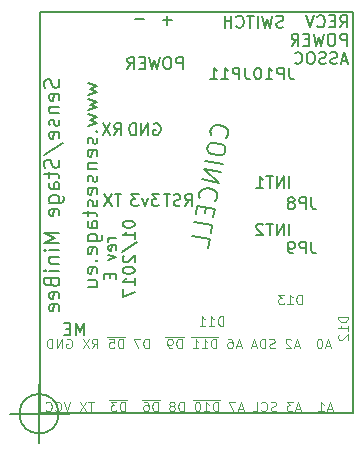
<source format=gbr>
G04 #@! TF.FileFunction,Legend,Bot*
%FSLAX46Y46*%
G04 Gerber Fmt 4.6, Leading zero omitted, Abs format (unit mm)*
G04 Created by KiCad (PCBNEW 4.0.2+dfsg1-stable) date Thu 12 Jan 2017 20:01:21 CET*
%MOMM*%
G01*
G04 APERTURE LIST*
%ADD10C,0.100000*%
%ADD11C,0.150000*%
%ADD12C,0.200000*%
G04 APERTURE END LIST*
D10*
D11*
X1666666Y0D02*
G75*
G03X1666666Y0I-1666666J0D01*
G01*
X-2500000Y0D02*
X2500000Y0D01*
X0Y2500000D02*
X0Y-2500000D01*
X6535381Y14858786D02*
X5868714Y14858786D01*
X6059190Y14858786D02*
X5963952Y14811167D01*
X5916333Y14763548D01*
X5868714Y14668310D01*
X5868714Y14573071D01*
X6487762Y13858785D02*
X6535381Y13954023D01*
X6535381Y14144500D01*
X6487762Y14239738D01*
X6392524Y14287357D01*
X6011571Y14287357D01*
X5916333Y14239738D01*
X5868714Y14144500D01*
X5868714Y13954023D01*
X5916333Y13858785D01*
X6011571Y13811166D01*
X6106810Y13811166D01*
X6202048Y14287357D01*
X5868714Y13477833D02*
X6535381Y13239738D01*
X5868714Y13001642D01*
X6011571Y11858785D02*
X6011571Y11525451D01*
X6535381Y11382594D02*
X6535381Y11858785D01*
X5535381Y11858785D01*
X5535381Y11382594D01*
X7085381Y16096881D02*
X7085381Y16001642D01*
X7133000Y15906404D01*
X7180619Y15858785D01*
X7275857Y15811166D01*
X7466333Y15763547D01*
X7704429Y15763547D01*
X7894905Y15811166D01*
X7990143Y15858785D01*
X8037762Y15906404D01*
X8085381Y16001642D01*
X8085381Y16096881D01*
X8037762Y16192119D01*
X7990143Y16239738D01*
X7894905Y16287357D01*
X7704429Y16334976D01*
X7466333Y16334976D01*
X7275857Y16287357D01*
X7180619Y16239738D01*
X7133000Y16192119D01*
X7085381Y16096881D01*
X8085381Y14811166D02*
X8085381Y15382595D01*
X8085381Y15096881D02*
X7085381Y15096881D01*
X7228238Y15192119D01*
X7323476Y15287357D01*
X7371095Y15382595D01*
X7037762Y13668309D02*
X8323476Y14525452D01*
X7180619Y13382595D02*
X7133000Y13334976D01*
X7085381Y13239738D01*
X7085381Y13001642D01*
X7133000Y12906404D01*
X7180619Y12858785D01*
X7275857Y12811166D01*
X7371095Y12811166D01*
X7513952Y12858785D01*
X8085381Y13430214D01*
X8085381Y12811166D01*
X7085381Y12192119D02*
X7085381Y12096880D01*
X7133000Y12001642D01*
X7180619Y11954023D01*
X7275857Y11906404D01*
X7466333Y11858785D01*
X7704429Y11858785D01*
X7894905Y11906404D01*
X7990143Y11954023D01*
X8037762Y12001642D01*
X8085381Y12096880D01*
X8085381Y12192119D01*
X8037762Y12287357D01*
X7990143Y12334976D01*
X7894905Y12382595D01*
X7704429Y12430214D01*
X7466333Y12430214D01*
X7275857Y12382595D01*
X7180619Y12334976D01*
X7133000Y12287357D01*
X7085381Y12192119D01*
X8085381Y10906404D02*
X8085381Y11477833D01*
X8085381Y11192119D02*
X7085381Y11192119D01*
X7228238Y11287357D01*
X7323476Y11382595D01*
X7371095Y11477833D01*
X7085381Y10573071D02*
X7085381Y9906404D01*
X8085381Y10334976D01*
D12*
X4113643Y27964715D02*
X4946976Y27726619D01*
X4351738Y27488524D01*
X4946976Y27250429D01*
X4113643Y27012334D01*
X4113643Y26655191D02*
X4946976Y26417095D01*
X4351738Y26179000D01*
X4946976Y25940905D01*
X4113643Y25702810D01*
X4113643Y25345667D02*
X4946976Y25107571D01*
X4351738Y24869476D01*
X4946976Y24631381D01*
X4113643Y24393286D01*
X4827929Y23917095D02*
X4887452Y23857571D01*
X4946976Y23917095D01*
X4887452Y23976619D01*
X4827929Y23917095D01*
X4946976Y23917095D01*
X4887452Y23381381D02*
X4946976Y23262333D01*
X4946976Y23024238D01*
X4887452Y22905190D01*
X4768405Y22845666D01*
X4708881Y22845666D01*
X4589833Y22905190D01*
X4530310Y23024238D01*
X4530310Y23202809D01*
X4470786Y23321857D01*
X4351738Y23381381D01*
X4292214Y23381381D01*
X4173167Y23321857D01*
X4113643Y23202809D01*
X4113643Y23024238D01*
X4173167Y22905190D01*
X4887452Y21833761D02*
X4946976Y21952809D01*
X4946976Y22190904D01*
X4887452Y22309952D01*
X4768405Y22369476D01*
X4292214Y22369476D01*
X4173167Y22309952D01*
X4113643Y22190904D01*
X4113643Y21952809D01*
X4173167Y21833761D01*
X4292214Y21774238D01*
X4411262Y21774238D01*
X4530310Y22369476D01*
X4113643Y21238523D02*
X4946976Y21238523D01*
X4232690Y21238523D02*
X4173167Y21178999D01*
X4113643Y21059952D01*
X4113643Y20881380D01*
X4173167Y20762332D01*
X4292214Y20702809D01*
X4946976Y20702809D01*
X4887452Y20167095D02*
X4946976Y20048047D01*
X4946976Y19809952D01*
X4887452Y19690904D01*
X4768405Y19631380D01*
X4708881Y19631380D01*
X4589833Y19690904D01*
X4530310Y19809952D01*
X4530310Y19988523D01*
X4470786Y20107571D01*
X4351738Y20167095D01*
X4292214Y20167095D01*
X4173167Y20107571D01*
X4113643Y19988523D01*
X4113643Y19809952D01*
X4173167Y19690904D01*
X4887452Y18619475D02*
X4946976Y18738523D01*
X4946976Y18976618D01*
X4887452Y19095666D01*
X4768405Y19155190D01*
X4292214Y19155190D01*
X4173167Y19095666D01*
X4113643Y18976618D01*
X4113643Y18738523D01*
X4173167Y18619475D01*
X4292214Y18559952D01*
X4411262Y18559952D01*
X4530310Y19155190D01*
X4887452Y18083761D02*
X4946976Y17964713D01*
X4946976Y17726618D01*
X4887452Y17607570D01*
X4768405Y17548046D01*
X4708881Y17548046D01*
X4589833Y17607570D01*
X4530310Y17726618D01*
X4530310Y17905189D01*
X4470786Y18024237D01*
X4351738Y18083761D01*
X4292214Y18083761D01*
X4173167Y18024237D01*
X4113643Y17905189D01*
X4113643Y17726618D01*
X4173167Y17607570D01*
X4113643Y17190903D02*
X4113643Y16714713D01*
X3696976Y17012332D02*
X4768405Y17012332D01*
X4887452Y16952808D01*
X4946976Y16833761D01*
X4946976Y16714713D01*
X4946976Y15762332D02*
X4292214Y15762332D01*
X4173167Y15821855D01*
X4113643Y15940903D01*
X4113643Y16178998D01*
X4173167Y16298046D01*
X4887452Y15762332D02*
X4946976Y15881379D01*
X4946976Y16178998D01*
X4887452Y16298046D01*
X4768405Y16357570D01*
X4649357Y16357570D01*
X4530310Y16298046D01*
X4470786Y16178998D01*
X4470786Y15881379D01*
X4411262Y15762332D01*
X4113643Y14631380D02*
X5125548Y14631380D01*
X5244595Y14690903D01*
X5304119Y14750427D01*
X5363643Y14869475D01*
X5363643Y15048046D01*
X5304119Y15167094D01*
X4887452Y14631380D02*
X4946976Y14750427D01*
X4946976Y14988523D01*
X4887452Y15107570D01*
X4827929Y15167094D01*
X4708881Y15226618D01*
X4351738Y15226618D01*
X4232690Y15167094D01*
X4173167Y15107570D01*
X4113643Y14988523D01*
X4113643Y14750427D01*
X4173167Y14631380D01*
X4887452Y13559951D02*
X4946976Y13678999D01*
X4946976Y13917094D01*
X4887452Y14036142D01*
X4768405Y14095666D01*
X4292214Y14095666D01*
X4173167Y14036142D01*
X4113643Y13917094D01*
X4113643Y13678999D01*
X4173167Y13559951D01*
X4292214Y13500428D01*
X4411262Y13500428D01*
X4530310Y14095666D01*
X4827929Y12964713D02*
X4887452Y12905189D01*
X4946976Y12964713D01*
X4887452Y13024237D01*
X4827929Y12964713D01*
X4946976Y12964713D01*
X4887452Y11893284D02*
X4946976Y12012332D01*
X4946976Y12250427D01*
X4887452Y12369475D01*
X4768405Y12428999D01*
X4292214Y12428999D01*
X4173167Y12369475D01*
X4113643Y12250427D01*
X4113643Y12012332D01*
X4173167Y11893284D01*
X4292214Y11833761D01*
X4411262Y11833761D01*
X4530310Y12428999D01*
X4113643Y10762332D02*
X4946976Y10762332D01*
X4113643Y11298046D02*
X4768405Y11298046D01*
X4887452Y11238522D01*
X4946976Y11119475D01*
X4946976Y10940903D01*
X4887452Y10821855D01*
X4827929Y10762332D01*
X1648952Y28299929D02*
X1708476Y28121357D01*
X1708476Y27823738D01*
X1648952Y27704691D01*
X1589429Y27645167D01*
X1470381Y27585643D01*
X1351333Y27585643D01*
X1232286Y27645167D01*
X1172762Y27704691D01*
X1113238Y27823738D01*
X1053714Y28061834D01*
X994190Y28180881D01*
X934667Y28240405D01*
X815619Y28299929D01*
X696571Y28299929D01*
X577524Y28240405D01*
X518000Y28180881D01*
X458476Y28061834D01*
X458476Y27764214D01*
X518000Y27585643D01*
X1648952Y26573738D02*
X1708476Y26692786D01*
X1708476Y26930881D01*
X1648952Y27049929D01*
X1529905Y27109453D01*
X1053714Y27109453D01*
X934667Y27049929D01*
X875143Y26930881D01*
X875143Y26692786D01*
X934667Y26573738D01*
X1053714Y26514215D01*
X1172762Y26514215D01*
X1291810Y27109453D01*
X875143Y25978500D02*
X1708476Y25978500D01*
X994190Y25978500D02*
X934667Y25918976D01*
X875143Y25799929D01*
X875143Y25621357D01*
X934667Y25502309D01*
X1053714Y25442786D01*
X1708476Y25442786D01*
X1648952Y24907072D02*
X1708476Y24788024D01*
X1708476Y24549929D01*
X1648952Y24430881D01*
X1529905Y24371357D01*
X1470381Y24371357D01*
X1351333Y24430881D01*
X1291810Y24549929D01*
X1291810Y24728500D01*
X1232286Y24847548D01*
X1113238Y24907072D01*
X1053714Y24907072D01*
X934667Y24847548D01*
X875143Y24728500D01*
X875143Y24549929D01*
X934667Y24430881D01*
X1648952Y23359452D02*
X1708476Y23478500D01*
X1708476Y23716595D01*
X1648952Y23835643D01*
X1529905Y23895167D01*
X1053714Y23895167D01*
X934667Y23835643D01*
X875143Y23716595D01*
X875143Y23478500D01*
X934667Y23359452D01*
X1053714Y23299929D01*
X1172762Y23299929D01*
X1291810Y23895167D01*
X398952Y21871357D02*
X2006095Y22942785D01*
X1648952Y21514214D02*
X1708476Y21335642D01*
X1708476Y21038023D01*
X1648952Y20918976D01*
X1589429Y20859452D01*
X1470381Y20799928D01*
X1351333Y20799928D01*
X1232286Y20859452D01*
X1172762Y20918976D01*
X1113238Y21038023D01*
X1053714Y21276119D01*
X994190Y21395166D01*
X934667Y21454690D01*
X815619Y21514214D01*
X696571Y21514214D01*
X577524Y21454690D01*
X518000Y21395166D01*
X458476Y21276119D01*
X458476Y20978499D01*
X518000Y20799928D01*
X875143Y20442785D02*
X875143Y19966595D01*
X458476Y20264214D02*
X1529905Y20264214D01*
X1648952Y20204690D01*
X1708476Y20085643D01*
X1708476Y19966595D01*
X1708476Y19014214D02*
X1053714Y19014214D01*
X934667Y19073737D01*
X875143Y19192785D01*
X875143Y19430880D01*
X934667Y19549928D01*
X1648952Y19014214D02*
X1708476Y19133261D01*
X1708476Y19430880D01*
X1648952Y19549928D01*
X1529905Y19609452D01*
X1410857Y19609452D01*
X1291810Y19549928D01*
X1232286Y19430880D01*
X1232286Y19133261D01*
X1172762Y19014214D01*
X875143Y17883262D02*
X1887048Y17883262D01*
X2006095Y17942785D01*
X2065619Y18002309D01*
X2125143Y18121357D01*
X2125143Y18299928D01*
X2065619Y18418976D01*
X1648952Y17883262D02*
X1708476Y18002309D01*
X1708476Y18240405D01*
X1648952Y18359452D01*
X1589429Y18418976D01*
X1470381Y18478500D01*
X1113238Y18478500D01*
X994190Y18418976D01*
X934667Y18359452D01*
X875143Y18240405D01*
X875143Y18002309D01*
X934667Y17883262D01*
X1648952Y16811833D02*
X1708476Y16930881D01*
X1708476Y17168976D01*
X1648952Y17288024D01*
X1529905Y17347548D01*
X1053714Y17347548D01*
X934667Y17288024D01*
X875143Y17168976D01*
X875143Y16930881D01*
X934667Y16811833D01*
X1053714Y16752310D01*
X1172762Y16752310D01*
X1291810Y17347548D01*
X1708476Y15264214D02*
X458476Y15264214D01*
X1351333Y14847547D01*
X458476Y14430881D01*
X1708476Y14430881D01*
X1708476Y13835643D02*
X875143Y13835643D01*
X458476Y13835643D02*
X518000Y13895167D01*
X577524Y13835643D01*
X518000Y13776119D01*
X458476Y13835643D01*
X577524Y13835643D01*
X875143Y13240405D02*
X1708476Y13240405D01*
X994190Y13240405D02*
X934667Y13180881D01*
X875143Y13061834D01*
X875143Y12883262D01*
X934667Y12764214D01*
X1053714Y12704691D01*
X1708476Y12704691D01*
X1708476Y12109453D02*
X875143Y12109453D01*
X458476Y12109453D02*
X518000Y12168977D01*
X577524Y12109453D01*
X518000Y12049929D01*
X458476Y12109453D01*
X577524Y12109453D01*
X1053714Y11097548D02*
X1113238Y10918977D01*
X1172762Y10859453D01*
X1291810Y10799929D01*
X1470381Y10799929D01*
X1589429Y10859453D01*
X1648952Y10918977D01*
X1708476Y11038024D01*
X1708476Y11514215D01*
X458476Y11514215D01*
X458476Y11097548D01*
X518000Y10978501D01*
X577524Y10918977D01*
X696571Y10859453D01*
X815619Y10859453D01*
X934667Y10918977D01*
X994190Y10978501D01*
X1053714Y11097548D01*
X1053714Y11514215D01*
X1648952Y9788024D02*
X1708476Y9907072D01*
X1708476Y10145167D01*
X1648952Y10264215D01*
X1529905Y10323739D01*
X1053714Y10323739D01*
X934667Y10264215D01*
X875143Y10145167D01*
X875143Y9907072D01*
X934667Y9788024D01*
X1053714Y9728501D01*
X1172762Y9728501D01*
X1291810Y10323739D01*
X1648952Y8716595D02*
X1708476Y8835643D01*
X1708476Y9073738D01*
X1648952Y9192786D01*
X1529905Y9252310D01*
X1053714Y9252310D01*
X934667Y9192786D01*
X875143Y9073738D01*
X875143Y8835643D01*
X934667Y8716595D01*
X1053714Y8657072D01*
X1172762Y8657072D01*
X1291810Y9252310D01*
D11*
X12152024Y29202119D02*
X12152024Y30202119D01*
X11771071Y30202119D01*
X11675833Y30154500D01*
X11628214Y30106881D01*
X11580595Y30011643D01*
X11580595Y29868786D01*
X11628214Y29773548D01*
X11675833Y29725929D01*
X11771071Y29678310D01*
X12152024Y29678310D01*
X10961548Y30202119D02*
X10771071Y30202119D01*
X10675833Y30154500D01*
X10580595Y30059262D01*
X10532976Y29868786D01*
X10532976Y29535452D01*
X10580595Y29344976D01*
X10675833Y29249738D01*
X10771071Y29202119D01*
X10961548Y29202119D01*
X11056786Y29249738D01*
X11152024Y29344976D01*
X11199643Y29535452D01*
X11199643Y29868786D01*
X11152024Y30059262D01*
X11056786Y30154500D01*
X10961548Y30202119D01*
X10199643Y30202119D02*
X9961548Y29202119D01*
X9771071Y29916405D01*
X9580595Y29202119D01*
X9342500Y30202119D01*
X8961548Y29725929D02*
X8628214Y29725929D01*
X8485357Y29202119D02*
X8961548Y29202119D01*
X8961548Y30202119D01*
X8485357Y30202119D01*
X7485357Y29202119D02*
X7818691Y29678310D01*
X8056786Y29202119D02*
X8056786Y30202119D01*
X7675833Y30202119D01*
X7580595Y30154500D01*
X7532976Y30106881D01*
X7485357Y30011643D01*
X7485357Y29868786D01*
X7532976Y29773548D01*
X7580595Y29725929D01*
X7675833Y29678310D01*
X8056786Y29678310D01*
X20661000Y32742238D02*
X20518143Y32694619D01*
X20280047Y32694619D01*
X20184809Y32742238D01*
X20137190Y32789857D01*
X20089571Y32885095D01*
X20089571Y32980333D01*
X20137190Y33075571D01*
X20184809Y33123190D01*
X20280047Y33170810D01*
X20470524Y33218429D01*
X20565762Y33266048D01*
X20613381Y33313667D01*
X20661000Y33408905D01*
X20661000Y33504143D01*
X20613381Y33599381D01*
X20565762Y33647000D01*
X20470524Y33694619D01*
X20232428Y33694619D01*
X20089571Y33647000D01*
X19756238Y33694619D02*
X19518143Y32694619D01*
X19327666Y33408905D01*
X19137190Y32694619D01*
X18899095Y33694619D01*
X18518143Y32694619D02*
X18518143Y33694619D01*
X18184810Y33694619D02*
X17613381Y33694619D01*
X17899096Y32694619D02*
X17899096Y33694619D01*
X16708619Y32789857D02*
X16756238Y32742238D01*
X16899095Y32694619D01*
X16994333Y32694619D01*
X17137191Y32742238D01*
X17232429Y32837476D01*
X17280048Y32932714D01*
X17327667Y33123190D01*
X17327667Y33266048D01*
X17280048Y33456524D01*
X17232429Y33551762D01*
X17137191Y33647000D01*
X16994333Y33694619D01*
X16899095Y33694619D01*
X16756238Y33647000D01*
X16708619Y33599381D01*
X16280048Y32694619D02*
X16280048Y33694619D01*
X16280048Y33218429D02*
X15708619Y33218429D01*
X15708619Y32694619D02*
X15708619Y33694619D01*
X25479476Y32720619D02*
X25812810Y33196810D01*
X26050905Y32720619D02*
X26050905Y33720619D01*
X25669952Y33720619D01*
X25574714Y33673000D01*
X25527095Y33625381D01*
X25479476Y33530143D01*
X25479476Y33387286D01*
X25527095Y33292048D01*
X25574714Y33244429D01*
X25669952Y33196810D01*
X26050905Y33196810D01*
X25050905Y33244429D02*
X24717571Y33244429D01*
X24574714Y32720619D02*
X25050905Y32720619D01*
X25050905Y33720619D01*
X24574714Y33720619D01*
X23574714Y32815857D02*
X23622333Y32768238D01*
X23765190Y32720619D01*
X23860428Y32720619D01*
X24003286Y32768238D01*
X24098524Y32863476D01*
X24146143Y32958714D01*
X24193762Y33149190D01*
X24193762Y33292048D01*
X24146143Y33482524D01*
X24098524Y33577762D01*
X24003286Y33673000D01*
X23860428Y33720619D01*
X23765190Y33720619D01*
X23622333Y33673000D01*
X23574714Y33625381D01*
X23289000Y33720619D02*
X22955667Y32720619D01*
X22622333Y33720619D01*
X26050905Y31170619D02*
X26050905Y32170619D01*
X25669952Y32170619D01*
X25574714Y32123000D01*
X25527095Y32075381D01*
X25479476Y31980143D01*
X25479476Y31837286D01*
X25527095Y31742048D01*
X25574714Y31694429D01*
X25669952Y31646810D01*
X26050905Y31646810D01*
X24860429Y32170619D02*
X24669952Y32170619D01*
X24574714Y32123000D01*
X24479476Y32027762D01*
X24431857Y31837286D01*
X24431857Y31503952D01*
X24479476Y31313476D01*
X24574714Y31218238D01*
X24669952Y31170619D01*
X24860429Y31170619D01*
X24955667Y31218238D01*
X25050905Y31313476D01*
X25098524Y31503952D01*
X25098524Y31837286D01*
X25050905Y32027762D01*
X24955667Y32123000D01*
X24860429Y32170619D01*
X24098524Y32170619D02*
X23860429Y31170619D01*
X23669952Y31884905D01*
X23479476Y31170619D01*
X23241381Y32170619D01*
X22860429Y31694429D02*
X22527095Y31694429D01*
X22384238Y31170619D02*
X22860429Y31170619D01*
X22860429Y32170619D01*
X22384238Y32170619D01*
X21384238Y31170619D02*
X21717572Y31646810D01*
X21955667Y31170619D02*
X21955667Y32170619D01*
X21574714Y32170619D01*
X21479476Y32123000D01*
X21431857Y32075381D01*
X21384238Y31980143D01*
X21384238Y31837286D01*
X21431857Y31742048D01*
X21479476Y31694429D01*
X21574714Y31646810D01*
X21955667Y31646810D01*
X26098524Y29906333D02*
X25622333Y29906333D01*
X26193762Y29620619D02*
X25860429Y30620619D01*
X25527095Y29620619D01*
X25241381Y29668238D02*
X25098524Y29620619D01*
X24860428Y29620619D01*
X24765190Y29668238D01*
X24717571Y29715857D01*
X24669952Y29811095D01*
X24669952Y29906333D01*
X24717571Y30001571D01*
X24765190Y30049190D01*
X24860428Y30096810D01*
X25050905Y30144429D01*
X25146143Y30192048D01*
X25193762Y30239667D01*
X25241381Y30334905D01*
X25241381Y30430143D01*
X25193762Y30525381D01*
X25146143Y30573000D01*
X25050905Y30620619D01*
X24812809Y30620619D01*
X24669952Y30573000D01*
X24289000Y29668238D02*
X24146143Y29620619D01*
X23908047Y29620619D01*
X23812809Y29668238D01*
X23765190Y29715857D01*
X23717571Y29811095D01*
X23717571Y29906333D01*
X23765190Y30001571D01*
X23812809Y30049190D01*
X23908047Y30096810D01*
X24098524Y30144429D01*
X24193762Y30192048D01*
X24241381Y30239667D01*
X24289000Y30334905D01*
X24289000Y30430143D01*
X24241381Y30525381D01*
X24193762Y30573000D01*
X24098524Y30620619D01*
X23860428Y30620619D01*
X23717571Y30573000D01*
X23098524Y30620619D02*
X22908047Y30620619D01*
X22812809Y30573000D01*
X22717571Y30477762D01*
X22669952Y30287286D01*
X22669952Y29953952D01*
X22717571Y29763476D01*
X22812809Y29668238D01*
X22908047Y29620619D01*
X23098524Y29620619D01*
X23193762Y29668238D01*
X23289000Y29763476D01*
X23336619Y29953952D01*
X23336619Y30287286D01*
X23289000Y30477762D01*
X23193762Y30573000D01*
X23098524Y30620619D01*
X21669952Y29715857D02*
X21717571Y29668238D01*
X21860428Y29620619D01*
X21955666Y29620619D01*
X22098524Y29668238D01*
X22193762Y29763476D01*
X22241381Y29858714D01*
X22289000Y30049190D01*
X22289000Y30192048D01*
X22241381Y30382524D01*
X22193762Y30477762D01*
X22098524Y30573000D01*
X21955666Y30620619D01*
X21860428Y30620619D01*
X21717571Y30573000D01*
X21669952Y30525381D01*
X3770214Y6659619D02*
X3770214Y7659619D01*
X3436880Y6945333D01*
X3103547Y7659619D01*
X3103547Y6659619D01*
X2627357Y7183429D02*
X2294023Y7183429D01*
X2151166Y6659619D02*
X2627357Y6659619D01*
X2627357Y7659619D01*
X2151166Y7659619D01*
D10*
X26142905Y8210429D02*
X25342905Y8210429D01*
X25342905Y8019953D01*
X25381000Y7905667D01*
X25457190Y7829476D01*
X25533381Y7791381D01*
X25685762Y7753286D01*
X25800048Y7753286D01*
X25952429Y7791381D01*
X26028619Y7829476D01*
X26104810Y7905667D01*
X26142905Y8019953D01*
X26142905Y8210429D01*
X26142905Y6991381D02*
X26142905Y7448524D01*
X26142905Y7219953D02*
X25342905Y7219953D01*
X25457190Y7296143D01*
X25533381Y7372334D01*
X25571476Y7448524D01*
X25419095Y6686619D02*
X25381000Y6648524D01*
X25342905Y6572333D01*
X25342905Y6381857D01*
X25381000Y6305667D01*
X25419095Y6267571D01*
X25495286Y6229476D01*
X25571476Y6229476D01*
X25685762Y6267571D01*
X26142905Y6724714D01*
X26142905Y6229476D01*
X22243929Y9290095D02*
X22243929Y10090095D01*
X22053453Y10090095D01*
X21939167Y10052000D01*
X21862976Y9975810D01*
X21824881Y9899619D01*
X21786786Y9747238D01*
X21786786Y9632952D01*
X21824881Y9480571D01*
X21862976Y9404381D01*
X21939167Y9328190D01*
X22053453Y9290095D01*
X22243929Y9290095D01*
X21024881Y9290095D02*
X21482024Y9290095D01*
X21253453Y9290095D02*
X21253453Y10090095D01*
X21329643Y9975810D01*
X21405834Y9899619D01*
X21482024Y9861524D01*
X20758214Y10090095D02*
X20262976Y10090095D01*
X20529643Y9785333D01*
X20415357Y9785333D01*
X20339167Y9747238D01*
X20301071Y9709143D01*
X20262976Y9632952D01*
X20262976Y9442476D01*
X20301071Y9366286D01*
X20339167Y9328190D01*
X20415357Y9290095D01*
X20643929Y9290095D01*
X20720119Y9328190D01*
X20758214Y9366286D01*
X15576429Y7448595D02*
X15576429Y8248595D01*
X15385953Y8248595D01*
X15271667Y8210500D01*
X15195476Y8134310D01*
X15157381Y8058119D01*
X15119286Y7905738D01*
X15119286Y7791452D01*
X15157381Y7639071D01*
X15195476Y7562881D01*
X15271667Y7486690D01*
X15385953Y7448595D01*
X15576429Y7448595D01*
X14357381Y7448595D02*
X14814524Y7448595D01*
X14585953Y7448595D02*
X14585953Y8248595D01*
X14662143Y8134310D01*
X14738334Y8058119D01*
X14814524Y8020024D01*
X13595476Y7448595D02*
X14052619Y7448595D01*
X13824048Y7448595D02*
X13824048Y8248595D01*
X13900238Y8134310D01*
X13976429Y8058119D01*
X14052619Y8020024D01*
X24676119Y5772167D02*
X24295167Y5772167D01*
X24752310Y5543595D02*
X24485643Y6343595D01*
X24218976Y5543595D01*
X23799929Y6343595D02*
X23723738Y6343595D01*
X23647548Y6305500D01*
X23609453Y6267405D01*
X23571357Y6191214D01*
X23533262Y6038833D01*
X23533262Y5848357D01*
X23571357Y5695976D01*
X23609453Y5619786D01*
X23647548Y5581690D01*
X23723738Y5543595D01*
X23799929Y5543595D01*
X23876119Y5581690D01*
X23914215Y5619786D01*
X23952310Y5695976D01*
X23990405Y5848357D01*
X23990405Y6038833D01*
X23952310Y6191214D01*
X23914215Y6267405D01*
X23876119Y6305500D01*
X23799929Y6343595D01*
X22009452Y5772167D02*
X21628500Y5772167D01*
X22085643Y5543595D02*
X21818976Y6343595D01*
X21552309Y5543595D01*
X21323738Y6267405D02*
X21285643Y6305500D01*
X21209452Y6343595D01*
X21018976Y6343595D01*
X20942786Y6305500D01*
X20904690Y6267405D01*
X20866595Y6191214D01*
X20866595Y6115024D01*
X20904690Y6000738D01*
X21361833Y5543595D01*
X20866595Y5543595D01*
X19952309Y5581690D02*
X19838023Y5543595D01*
X19647547Y5543595D01*
X19571357Y5581690D01*
X19533261Y5619786D01*
X19495166Y5695976D01*
X19495166Y5772167D01*
X19533261Y5848357D01*
X19571357Y5886452D01*
X19647547Y5924548D01*
X19799928Y5962643D01*
X19876119Y6000738D01*
X19914214Y6038833D01*
X19952309Y6115024D01*
X19952309Y6191214D01*
X19914214Y6267405D01*
X19876119Y6305500D01*
X19799928Y6343595D01*
X19609452Y6343595D01*
X19495166Y6305500D01*
X19152309Y5543595D02*
X19152309Y6343595D01*
X18961833Y6343595D01*
X18847547Y6305500D01*
X18771356Y6229310D01*
X18733261Y6153119D01*
X18695166Y6000738D01*
X18695166Y5886452D01*
X18733261Y5734071D01*
X18771356Y5657881D01*
X18847547Y5581690D01*
X18961833Y5543595D01*
X19152309Y5543595D01*
X18390404Y5772167D02*
X18009452Y5772167D01*
X18466595Y5543595D02*
X18199928Y6343595D01*
X17933261Y5543595D01*
X17095166Y5772167D02*
X16714214Y5772167D01*
X17171357Y5543595D02*
X16904690Y6343595D01*
X16638023Y5543595D01*
X16028500Y6343595D02*
X16180881Y6343595D01*
X16257071Y6305500D01*
X16295166Y6267405D01*
X16371357Y6153119D01*
X16409452Y6000738D01*
X16409452Y5695976D01*
X16371357Y5619786D01*
X16333262Y5581690D01*
X16257071Y5543595D01*
X16104690Y5543595D01*
X16028500Y5581690D01*
X15990404Y5619786D01*
X15952309Y5695976D01*
X15952309Y5886452D01*
X15990404Y5962643D01*
X16028500Y6000738D01*
X16104690Y6038833D01*
X16257071Y6038833D01*
X16333262Y6000738D01*
X16371357Y5962643D01*
X16409452Y5886452D01*
X14999928Y5543595D02*
X14999928Y6343595D01*
X14809452Y6343595D01*
X14695166Y6305500D01*
X14618975Y6229310D01*
X14580880Y6153119D01*
X14542785Y6000738D01*
X14542785Y5886452D01*
X14580880Y5734071D01*
X14618975Y5657881D01*
X14695166Y5581690D01*
X14809452Y5543595D01*
X14999928Y5543595D01*
X13780880Y5543595D02*
X14238023Y5543595D01*
X14009452Y5543595D02*
X14009452Y6343595D01*
X14085642Y6229310D01*
X14161833Y6153119D01*
X14238023Y6115024D01*
X13018975Y5543595D02*
X13476118Y5543595D01*
X13247547Y5543595D02*
X13247547Y6343595D01*
X13323737Y6229310D01*
X13399928Y6153119D01*
X13476118Y6115024D01*
X15190404Y6481500D02*
X12866594Y6481500D01*
X12066594Y5543595D02*
X12066594Y6343595D01*
X11876118Y6343595D01*
X11761832Y6305500D01*
X11685641Y6229310D01*
X11647546Y6153119D01*
X11609451Y6000738D01*
X11609451Y5886452D01*
X11647546Y5734071D01*
X11685641Y5657881D01*
X11761832Y5581690D01*
X11876118Y5543595D01*
X12066594Y5543595D01*
X11228499Y5543595D02*
X11076118Y5543595D01*
X10999927Y5581690D01*
X10961832Y5619786D01*
X10885641Y5734071D01*
X10847546Y5886452D01*
X10847546Y6191214D01*
X10885641Y6267405D01*
X10923737Y6305500D01*
X10999927Y6343595D01*
X11152308Y6343595D01*
X11228499Y6305500D01*
X11266594Y6267405D01*
X11304689Y6191214D01*
X11304689Y6000738D01*
X11266594Y5924548D01*
X11228499Y5886452D01*
X11152308Y5848357D01*
X10999927Y5848357D01*
X10923737Y5886452D01*
X10885641Y5924548D01*
X10847546Y6000738D01*
X12257070Y6481500D02*
X10695165Y6481500D01*
X9285641Y5543595D02*
X9285641Y6343595D01*
X9095165Y6343595D01*
X8980879Y6305500D01*
X8904688Y6229310D01*
X8866593Y6153119D01*
X8828498Y6000738D01*
X8828498Y5886452D01*
X8866593Y5734071D01*
X8904688Y5657881D01*
X8980879Y5581690D01*
X9095165Y5543595D01*
X9285641Y5543595D01*
X8561831Y6343595D02*
X8028498Y6343595D01*
X8371355Y5543595D01*
X7114212Y5543595D02*
X7114212Y6343595D01*
X6923736Y6343595D01*
X6809450Y6305500D01*
X6733259Y6229310D01*
X6695164Y6153119D01*
X6657069Y6000738D01*
X6657069Y5886452D01*
X6695164Y5734071D01*
X6733259Y5657881D01*
X6809450Y5581690D01*
X6923736Y5543595D01*
X7114212Y5543595D01*
X5933259Y6343595D02*
X6314212Y6343595D01*
X6352307Y5962643D01*
X6314212Y6000738D01*
X6238021Y6038833D01*
X6047545Y6038833D01*
X5971355Y6000738D01*
X5933259Y5962643D01*
X5895164Y5886452D01*
X5895164Y5695976D01*
X5933259Y5619786D01*
X5971355Y5581690D01*
X6047545Y5543595D01*
X6238021Y5543595D01*
X6314212Y5581690D01*
X6352307Y5619786D01*
X7304688Y6481500D02*
X5742783Y6481500D01*
X4485640Y5543595D02*
X4752307Y5924548D01*
X4942783Y5543595D02*
X4942783Y6343595D01*
X4638021Y6343595D01*
X4561830Y6305500D01*
X4523735Y6267405D01*
X4485640Y6191214D01*
X4485640Y6076929D01*
X4523735Y6000738D01*
X4561830Y5962643D01*
X4638021Y5924548D01*
X4942783Y5924548D01*
X4218973Y6343595D02*
X3685640Y5543595D01*
X3685640Y6343595D02*
X4218973Y5543595D01*
X2352306Y6305500D02*
X2428497Y6343595D01*
X2542782Y6343595D01*
X2657068Y6305500D01*
X2733259Y6229310D01*
X2771354Y6153119D01*
X2809449Y6000738D01*
X2809449Y5886452D01*
X2771354Y5734071D01*
X2733259Y5657881D01*
X2657068Y5581690D01*
X2542782Y5543595D01*
X2466592Y5543595D01*
X2352306Y5581690D01*
X2314211Y5619786D01*
X2314211Y5886452D01*
X2466592Y5886452D01*
X1971354Y5543595D02*
X1971354Y6343595D01*
X1514211Y5543595D01*
X1514211Y6343595D01*
X1133259Y5543595D02*
X1133259Y6343595D01*
X942783Y6343595D01*
X828497Y6305500D01*
X752306Y6229310D01*
X714211Y6153119D01*
X676116Y6000738D01*
X676116Y5886452D01*
X714211Y5734071D01*
X752306Y5657881D01*
X828497Y5581690D01*
X942783Y5543595D01*
X1133259Y5543595D01*
X24803119Y438167D02*
X24422167Y438167D01*
X24879310Y209595D02*
X24612643Y1009595D01*
X24345976Y209595D01*
X23660262Y209595D02*
X24117405Y209595D01*
X23888834Y209595D02*
X23888834Y1009595D01*
X23965024Y895310D01*
X24041215Y819119D01*
X24117405Y781024D01*
X22136452Y438167D02*
X21755500Y438167D01*
X22212643Y209595D02*
X21945976Y1009595D01*
X21679309Y209595D01*
X21488833Y1009595D02*
X20993595Y1009595D01*
X21260262Y704833D01*
X21145976Y704833D01*
X21069786Y666738D01*
X21031690Y628643D01*
X20993595Y552452D01*
X20993595Y361976D01*
X21031690Y285786D01*
X21069786Y247690D01*
X21145976Y209595D01*
X21374548Y209595D01*
X21450738Y247690D01*
X21488833Y285786D01*
X20079309Y247690D02*
X19965023Y209595D01*
X19774547Y209595D01*
X19698357Y247690D01*
X19660261Y285786D01*
X19622166Y361976D01*
X19622166Y438167D01*
X19660261Y514357D01*
X19698357Y552452D01*
X19774547Y590548D01*
X19926928Y628643D01*
X20003119Y666738D01*
X20041214Y704833D01*
X20079309Y781024D01*
X20079309Y857214D01*
X20041214Y933405D01*
X20003119Y971500D01*
X19926928Y1009595D01*
X19736452Y1009595D01*
X19622166Y971500D01*
X18822166Y285786D02*
X18860261Y247690D01*
X18974547Y209595D01*
X19050737Y209595D01*
X19165023Y247690D01*
X19241214Y323881D01*
X19279309Y400071D01*
X19317404Y552452D01*
X19317404Y666738D01*
X19279309Y819119D01*
X19241214Y895310D01*
X19165023Y971500D01*
X19050737Y1009595D01*
X18974547Y1009595D01*
X18860261Y971500D01*
X18822166Y933405D01*
X18098356Y209595D02*
X18479309Y209595D01*
X18479309Y1009595D01*
X17260261Y438167D02*
X16879309Y438167D01*
X17336452Y209595D02*
X17069785Y1009595D01*
X16803118Y209595D01*
X16612642Y1009595D02*
X16079309Y1009595D01*
X16422166Y209595D01*
X15165023Y209595D02*
X15165023Y1009595D01*
X14974547Y1009595D01*
X14860261Y971500D01*
X14784070Y895310D01*
X14745975Y819119D01*
X14707880Y666738D01*
X14707880Y552452D01*
X14745975Y400071D01*
X14784070Y323881D01*
X14860261Y247690D01*
X14974547Y209595D01*
X15165023Y209595D01*
X13945975Y209595D02*
X14403118Y209595D01*
X14174547Y209595D02*
X14174547Y1009595D01*
X14250737Y895310D01*
X14326928Y819119D01*
X14403118Y781024D01*
X13450737Y1009595D02*
X13374546Y1009595D01*
X13298356Y971500D01*
X13260261Y933405D01*
X13222165Y857214D01*
X13184070Y704833D01*
X13184070Y514357D01*
X13222165Y361976D01*
X13260261Y285786D01*
X13298356Y247690D01*
X13374546Y209595D01*
X13450737Y209595D01*
X13526927Y247690D01*
X13565023Y285786D01*
X13603118Y361976D01*
X13641213Y514357D01*
X13641213Y704833D01*
X13603118Y857214D01*
X13565023Y933405D01*
X13526927Y971500D01*
X13450737Y1009595D01*
X15355499Y1147500D02*
X13031689Y1147500D01*
X12231689Y209595D02*
X12231689Y1009595D01*
X12041213Y1009595D01*
X11926927Y971500D01*
X11850736Y895310D01*
X11812641Y819119D01*
X11774546Y666738D01*
X11774546Y552452D01*
X11812641Y400071D01*
X11850736Y323881D01*
X11926927Y247690D01*
X12041213Y209595D01*
X12231689Y209595D01*
X11317403Y666738D02*
X11393594Y704833D01*
X11431689Y742929D01*
X11469784Y819119D01*
X11469784Y857214D01*
X11431689Y933405D01*
X11393594Y971500D01*
X11317403Y1009595D01*
X11165022Y1009595D01*
X11088832Y971500D01*
X11050736Y933405D01*
X11012641Y857214D01*
X11012641Y819119D01*
X11050736Y742929D01*
X11088832Y704833D01*
X11165022Y666738D01*
X11317403Y666738D01*
X11393594Y628643D01*
X11431689Y590548D01*
X11469784Y514357D01*
X11469784Y361976D01*
X11431689Y285786D01*
X11393594Y247690D01*
X11317403Y209595D01*
X11165022Y209595D01*
X11088832Y247690D01*
X11050736Y285786D01*
X11012641Y361976D01*
X11012641Y514357D01*
X11050736Y590548D01*
X11088832Y628643D01*
X11165022Y666738D01*
X10060260Y209595D02*
X10060260Y1009595D01*
X9869784Y1009595D01*
X9755498Y971500D01*
X9679307Y895310D01*
X9641212Y819119D01*
X9603117Y666738D01*
X9603117Y552452D01*
X9641212Y400071D01*
X9679307Y323881D01*
X9755498Y247690D01*
X9869784Y209595D01*
X10060260Y209595D01*
X8917403Y1009595D02*
X9069784Y1009595D01*
X9145974Y971500D01*
X9184069Y933405D01*
X9260260Y819119D01*
X9298355Y666738D01*
X9298355Y361976D01*
X9260260Y285786D01*
X9222165Y247690D01*
X9145974Y209595D01*
X8993593Y209595D01*
X8917403Y247690D01*
X8879307Y285786D01*
X8841212Y361976D01*
X8841212Y552452D01*
X8879307Y628643D01*
X8917403Y666738D01*
X8993593Y704833D01*
X9145974Y704833D01*
X9222165Y666738D01*
X9260260Y628643D01*
X9298355Y552452D01*
X10250736Y1147500D02*
X8688831Y1147500D01*
X7279307Y209595D02*
X7279307Y1009595D01*
X7088831Y1009595D01*
X6974545Y971500D01*
X6898354Y895310D01*
X6860259Y819119D01*
X6822164Y666738D01*
X6822164Y552452D01*
X6860259Y400071D01*
X6898354Y323881D01*
X6974545Y247690D01*
X7088831Y209595D01*
X7279307Y209595D01*
X6555497Y1009595D02*
X6060259Y1009595D01*
X6326926Y704833D01*
X6212640Y704833D01*
X6136450Y666738D01*
X6098354Y628643D01*
X6060259Y552452D01*
X6060259Y361976D01*
X6098354Y285786D01*
X6136450Y247690D01*
X6212640Y209595D01*
X6441212Y209595D01*
X6517402Y247690D01*
X6555497Y285786D01*
X7469783Y1147500D02*
X5907878Y1147500D01*
X4612640Y1009595D02*
X4155497Y1009595D01*
X4384068Y209595D02*
X4384068Y1009595D01*
X3965020Y1009595D02*
X3431687Y209595D01*
X3431687Y1009595D02*
X3965020Y209595D01*
X2631687Y1009595D02*
X2365020Y209595D01*
X2098353Y1009595D01*
X1374544Y285786D02*
X1412639Y247690D01*
X1526925Y209595D01*
X1603115Y209595D01*
X1717401Y247690D01*
X1793592Y323881D01*
X1831687Y400071D01*
X1869782Y552452D01*
X1869782Y666738D01*
X1831687Y819119D01*
X1793592Y895310D01*
X1717401Y971500D01*
X1603115Y1009595D01*
X1526925Y1009595D01*
X1412639Y971500D01*
X1374544Y933405D01*
X574544Y285786D02*
X612639Y247690D01*
X726925Y209595D01*
X803115Y209595D01*
X917401Y247690D01*
X993592Y323881D01*
X1031687Y400071D01*
X1069782Y552452D01*
X1069782Y666738D01*
X1031687Y819119D01*
X993592Y895310D01*
X917401Y971500D01*
X803115Y1009595D01*
X726925Y1009595D01*
X612639Y971500D01*
X574544Y933405D01*
D11*
X21189452Y15094619D02*
X21189452Y16094619D01*
X20713262Y15094619D02*
X20713262Y16094619D01*
X20141833Y15094619D01*
X20141833Y16094619D01*
X19808500Y16094619D02*
X19237071Y16094619D01*
X19522786Y15094619D02*
X19522786Y16094619D01*
X18951357Y15999381D02*
X18903738Y16047000D01*
X18808500Y16094619D01*
X18570404Y16094619D01*
X18475166Y16047000D01*
X18427547Y15999381D01*
X18379928Y15904143D01*
X18379928Y15808905D01*
X18427547Y15666048D01*
X18998976Y15094619D01*
X18379928Y15094619D01*
X21189452Y19094619D02*
X21189452Y20094619D01*
X20713262Y19094619D02*
X20713262Y20094619D01*
X20141833Y19094619D01*
X20141833Y20094619D01*
X19808500Y20094619D02*
X19237071Y20094619D01*
X19522786Y19094619D02*
X19522786Y20094619D01*
X18379928Y19094619D02*
X18951357Y19094619D01*
X18665643Y19094619D02*
X18665643Y20094619D01*
X18760881Y19951762D01*
X18856119Y19856524D01*
X18951357Y19808905D01*
X12356119Y17594619D02*
X12689453Y18070810D01*
X12927548Y17594619D02*
X12927548Y18594619D01*
X12546595Y18594619D01*
X12451357Y18547000D01*
X12403738Y18499381D01*
X12356119Y18404143D01*
X12356119Y18261286D01*
X12403738Y18166048D01*
X12451357Y18118429D01*
X12546595Y18070810D01*
X12927548Y18070810D01*
X11975167Y17642238D02*
X11832310Y17594619D01*
X11594214Y17594619D01*
X11498976Y17642238D01*
X11451357Y17689857D01*
X11403738Y17785095D01*
X11403738Y17880333D01*
X11451357Y17975571D01*
X11498976Y18023190D01*
X11594214Y18070810D01*
X11784691Y18118429D01*
X11879929Y18166048D01*
X11927548Y18213667D01*
X11975167Y18308905D01*
X11975167Y18404143D01*
X11927548Y18499381D01*
X11879929Y18547000D01*
X11784691Y18594619D01*
X11546595Y18594619D01*
X11403738Y18547000D01*
X11118024Y18594619D02*
X10546595Y18594619D01*
X10832310Y17594619D02*
X10832310Y18594619D01*
X10148976Y18594619D02*
X9529928Y18594619D01*
X9863262Y18213667D01*
X9720404Y18213667D01*
X9625166Y18166048D01*
X9577547Y18118429D01*
X9529928Y18023190D01*
X9529928Y17785095D01*
X9577547Y17689857D01*
X9625166Y17642238D01*
X9720404Y17594619D01*
X10006119Y17594619D01*
X10101357Y17642238D01*
X10148976Y17689857D01*
X9196595Y18261286D02*
X8958500Y17594619D01*
X8720404Y18261286D01*
X8434690Y18594619D02*
X7815642Y18594619D01*
X8148976Y18213667D01*
X8006118Y18213667D01*
X7910880Y18166048D01*
X7863261Y18118429D01*
X7815642Y18023190D01*
X7815642Y17785095D01*
X7863261Y17689857D01*
X7910880Y17642238D01*
X8006118Y17594619D01*
X8291833Y17594619D01*
X8387071Y17642238D01*
X8434690Y17689857D01*
X6970405Y18594619D02*
X6398976Y18594619D01*
X6684691Y17594619D02*
X6684691Y18594619D01*
X6160881Y18594619D02*
X5494214Y17594619D01*
X5494214Y18594619D02*
X6160881Y17594619D01*
X6375166Y23594619D02*
X6708500Y24070810D01*
X6946595Y23594619D02*
X6946595Y24594619D01*
X6565642Y24594619D01*
X6470404Y24547000D01*
X6422785Y24499381D01*
X6375166Y24404143D01*
X6375166Y24261286D01*
X6422785Y24166048D01*
X6470404Y24118429D01*
X6565642Y24070810D01*
X6946595Y24070810D01*
X6041833Y24594619D02*
X5375166Y23594619D01*
X5375166Y24594619D02*
X6041833Y23594619D01*
X9720404Y24547000D02*
X9815642Y24594619D01*
X9958499Y24594619D01*
X10101357Y24547000D01*
X10196595Y24451762D01*
X10244214Y24356524D01*
X10291833Y24166048D01*
X10291833Y24023190D01*
X10244214Y23832714D01*
X10196595Y23737476D01*
X10101357Y23642238D01*
X9958499Y23594619D01*
X9863261Y23594619D01*
X9720404Y23642238D01*
X9672785Y23689857D01*
X9672785Y24023190D01*
X9863261Y24023190D01*
X9244214Y23594619D02*
X9244214Y24594619D01*
X8672785Y23594619D01*
X8672785Y24594619D01*
X8196595Y23594619D02*
X8196595Y24594619D01*
X7958500Y24594619D01*
X7815642Y24547000D01*
X7720404Y24451762D01*
X7672785Y24356524D01*
X7625166Y24166048D01*
X7625166Y24023190D01*
X7672785Y23832714D01*
X7720404Y23737476D01*
X7815642Y23642238D01*
X7958500Y23594619D01*
X8196595Y23594619D01*
X59600Y43400D02*
X26559600Y43400D01*
X26559600Y43400D02*
X26559600Y34043400D01*
X26559600Y34043400D02*
X59600Y34043400D01*
X59600Y34043400D02*
X59600Y43400D01*
X15802125Y23382447D02*
X15886195Y23441313D01*
X15995470Y23643118D01*
X16020674Y23786056D01*
X15987010Y24013065D01*
X15869276Y24181206D01*
X15738940Y24277879D01*
X15465667Y24399755D01*
X15251260Y24437561D01*
X14952783Y24416500D01*
X14797243Y24370234D01*
X14629101Y24252501D01*
X14519827Y24050696D01*
X14494623Y23907758D01*
X14528286Y23680749D01*
X14587153Y23596679D01*
X14280391Y22692786D02*
X14229983Y22406911D01*
X14276248Y22251372D01*
X14393982Y22083230D01*
X14667256Y21961353D01*
X15167539Y21873140D01*
X15466016Y21894202D01*
X15634157Y22011936D01*
X15730831Y22142271D01*
X15781238Y22428147D01*
X15734972Y22583687D01*
X15617238Y22751828D01*
X15343965Y22873704D01*
X14843683Y22961918D01*
X14545205Y22940857D01*
X14377063Y22823123D01*
X14280391Y22692786D01*
X15554404Y21141707D02*
X14053557Y21406347D01*
X15428385Y20427018D02*
X13927538Y20691658D01*
X15277162Y19569392D01*
X13776315Y19834031D01*
X14856983Y18022280D02*
X14941053Y18081147D01*
X15050328Y18282951D01*
X15075532Y18425889D01*
X15041868Y18652898D01*
X14924134Y18821039D01*
X14793798Y18917712D01*
X14520525Y19039588D01*
X14306118Y19077394D01*
X14007641Y19056333D01*
X13852101Y19010068D01*
X13683959Y18892334D01*
X13574685Y18690529D01*
X13549481Y18547591D01*
X13583144Y18320583D01*
X13642011Y18236512D01*
X14100346Y17492477D02*
X14012132Y16992194D01*
X14760485Y16639167D02*
X14886504Y17353856D01*
X13385657Y17618496D01*
X13259638Y16903807D01*
X14521049Y15281258D02*
X14647068Y15995947D01*
X13146221Y16260587D01*
X14306817Y14066287D02*
X14432836Y14780976D01*
X12931989Y15045615D01*
X21185023Y29313119D02*
X21185023Y28598833D01*
X21232643Y28455976D01*
X21327881Y28360738D01*
X21470738Y28313119D01*
X21565976Y28313119D01*
X20708833Y28313119D02*
X20708833Y29313119D01*
X20327880Y29313119D01*
X20232642Y29265500D01*
X20185023Y29217881D01*
X20137404Y29122643D01*
X20137404Y28979786D01*
X20185023Y28884548D01*
X20232642Y28836929D01*
X20327880Y28789310D01*
X20708833Y28789310D01*
X19185023Y28313119D02*
X19756452Y28313119D01*
X19470738Y28313119D02*
X19470738Y29313119D01*
X19565976Y29170262D01*
X19661214Y29075024D01*
X19756452Y29027405D01*
X18565976Y29313119D02*
X18470737Y29313119D01*
X18375499Y29265500D01*
X18327880Y29217881D01*
X18280261Y29122643D01*
X18232642Y28932167D01*
X18232642Y28694071D01*
X18280261Y28503595D01*
X18327880Y28408357D01*
X18375499Y28360738D01*
X18470737Y28313119D01*
X18565976Y28313119D01*
X18661214Y28360738D01*
X18708833Y28408357D01*
X18756452Y28503595D01*
X18804071Y28694071D01*
X18804071Y28932167D01*
X18756452Y29122643D01*
X18708833Y29217881D01*
X18661214Y29265500D01*
X18565976Y29313119D01*
X17438523Y29313119D02*
X17438523Y28598833D01*
X17486143Y28455976D01*
X17581381Y28360738D01*
X17724238Y28313119D01*
X17819476Y28313119D01*
X16962333Y28313119D02*
X16962333Y29313119D01*
X16581380Y29313119D01*
X16486142Y29265500D01*
X16438523Y29217881D01*
X16390904Y29122643D01*
X16390904Y28979786D01*
X16438523Y28884548D01*
X16486142Y28836929D01*
X16581380Y28789310D01*
X16962333Y28789310D01*
X15438523Y28313119D02*
X16009952Y28313119D01*
X15724238Y28313119D02*
X15724238Y29313119D01*
X15819476Y29170262D01*
X15914714Y29075024D01*
X16009952Y29027405D01*
X14486142Y28313119D02*
X15057571Y28313119D01*
X14771857Y28313119D02*
X14771857Y29313119D01*
X14867095Y29170262D01*
X14962333Y29075024D01*
X15057571Y29027405D01*
X23058333Y18327619D02*
X23058333Y17613333D01*
X23105953Y17470476D01*
X23201191Y17375238D01*
X23344048Y17327619D01*
X23439286Y17327619D01*
X22582143Y17327619D02*
X22582143Y18327619D01*
X22201190Y18327619D01*
X22105952Y18280000D01*
X22058333Y18232381D01*
X22010714Y18137143D01*
X22010714Y17994286D01*
X22058333Y17899048D01*
X22105952Y17851429D01*
X22201190Y17803810D01*
X22582143Y17803810D01*
X21439286Y17899048D02*
X21534524Y17946667D01*
X21582143Y17994286D01*
X21629762Y18089524D01*
X21629762Y18137143D01*
X21582143Y18232381D01*
X21534524Y18280000D01*
X21439286Y18327619D01*
X21248809Y18327619D01*
X21153571Y18280000D01*
X21105952Y18232381D01*
X21058333Y18137143D01*
X21058333Y18089524D01*
X21105952Y17994286D01*
X21153571Y17946667D01*
X21248809Y17899048D01*
X21439286Y17899048D01*
X21534524Y17851429D01*
X21582143Y17803810D01*
X21629762Y17708571D01*
X21629762Y17518095D01*
X21582143Y17422857D01*
X21534524Y17375238D01*
X21439286Y17327619D01*
X21248809Y17327619D01*
X21153571Y17375238D01*
X21105952Y17422857D01*
X21058333Y17518095D01*
X21058333Y17708571D01*
X21105952Y17803810D01*
X21153571Y17851429D01*
X21248809Y17899048D01*
X23058333Y14581119D02*
X23058333Y13866833D01*
X23105953Y13723976D01*
X23201191Y13628738D01*
X23344048Y13581119D01*
X23439286Y13581119D01*
X22582143Y13581119D02*
X22582143Y14581119D01*
X22201190Y14581119D01*
X22105952Y14533500D01*
X22058333Y14485881D01*
X22010714Y14390643D01*
X22010714Y14247786D01*
X22058333Y14152548D01*
X22105952Y14104929D01*
X22201190Y14057310D01*
X22582143Y14057310D01*
X21534524Y13581119D02*
X21344048Y13581119D01*
X21248809Y13628738D01*
X21201190Y13676357D01*
X21105952Y13819214D01*
X21058333Y14009690D01*
X21058333Y14390643D01*
X21105952Y14485881D01*
X21153571Y14533500D01*
X21248809Y14581119D01*
X21439286Y14581119D01*
X21534524Y14533500D01*
X21582143Y14485881D01*
X21629762Y14390643D01*
X21629762Y14152548D01*
X21582143Y14057310D01*
X21534524Y14009690D01*
X21439286Y13962071D01*
X21248809Y13962071D01*
X21153571Y14009690D01*
X21105952Y14057310D01*
X21058333Y14152548D01*
X11239452Y33329571D02*
X10477547Y33329571D01*
X10858499Y32948619D02*
X10858499Y33710524D01*
X8889952Y33456571D02*
X8128047Y33456571D01*
M02*

</source>
